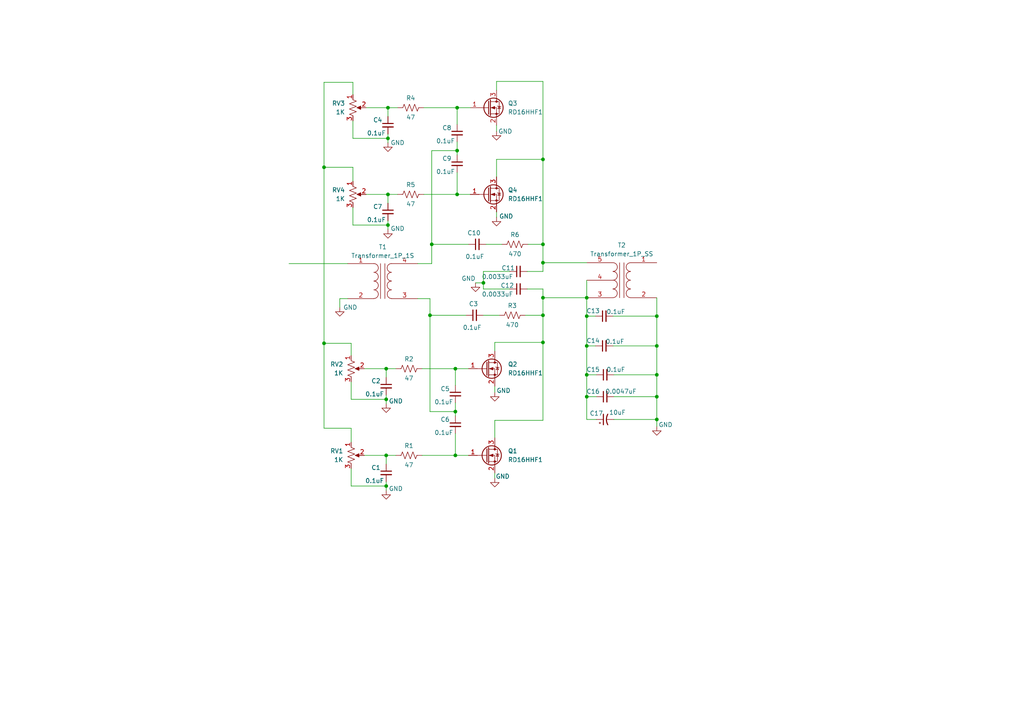
<source format=kicad_sch>
(kicad_sch (version 20230121) (generator eeschema)
  (paper "A4")
  (lib_symbols
    (symbol "Device:C_Polarized_Small_US" (pin_numbers hide) (pin_names (offset 0.254) hide)
      (property "Reference" "C" (at 0.254 1.778 0))
      (property "Value" "C_Polarized_Small_US" (at 0.254 -2.032 0))
      (symbol "C_Polarized_Small_US_0_1"
        (polyline (pts (xy -1.524 0.508) (xy 1.524 0.508)) (stroke (width 0.3048)))
        (polyline (pts (xy -1.27 1.524) (xy -0.762 1.524)))
        (polyline (pts (xy -1.016 1.27) (xy -1.016 1.778)))
        (arc (start 1.524 -0.762) (mid 0 -0.3734) (end -1.524 -0.762) (stroke (width 0.3048)))
      )
      (symbol "C_Polarized_Small_US_1_1"
        (pin passive line (at 0 2.54 270) (length 2.032) (name "~") (number "1"))
        (pin passive line (at 0 -2.54 90) (length 2.032) (name "~") (number "2"))
      )
    )
    (symbol "Device:C_Small" (pin_numbers hide) (pin_names (offset 0.254) hide)
      (property "Reference" "C" (at 0.254 1.778 0))
      (property "Value" "C_Small" (at 0.254 -2.032 0))
      (symbol "C_Small_0_1"
        (polyline (pts (xy -1.524 -0.508) (xy 1.524 -0.508)) (stroke (width 0.3302)))
        (polyline (pts (xy -1.524 0.508) (xy 1.524 0.508)) (stroke (width 0.3048)))
      )
      (symbol "C_Small_1_1"
        (pin passive line (at 0 2.54 270) (length 2.032) (name "~") (number "1"))
        (pin passive line (at 0 -2.54 90) (length 2.032) (name "~") (number "2"))
      )
    )
    (symbol "Device:Q_NMOS_Depletion_GSD" (pin_names (offset 0) hide)
      (property "Reference" "Q" (at 5.08 1.905 0))
      (property "Value" "Q_NMOS_Depletion_GSD" (at 5.08 0 0))
      (symbol "Q_NMOS_Depletion_GSD_0_1"
        (polyline (pts (xy 0.254 0) (xy -2.54 0)))
        (polyline (pts (xy 0.254 1.905) (xy 0.254 -1.905)) (stroke (width 0.254)))
        (polyline (pts (xy 0.762 2.286) (xy 0.762 -2.286)) (stroke (width 0.254)))
        (polyline (pts (xy 2.54 2.54) (xy 2.54 1.778)))
        (polyline (pts (xy 2.54 -2.54) (xy 2.54 0) (xy 0.762 0)))
        (polyline (pts (xy 0.762 -1.778) (xy 3.302 -1.778) (xy 3.302 1.778) (xy 0.762 1.778)))
        (polyline (pts (xy 1.016 0) (xy 2.032 0.381) (xy 2.032 -0.381) (xy 1.016 0)) (fill (type outline)))
        (polyline (pts (xy 2.794 0.508) (xy 2.921 0.381) (xy 3.683 0.381) (xy 3.81 0.254)))
        (polyline (pts (xy 3.302 0.381) (xy 2.921 -0.254) (xy 3.683 -0.254) (xy 3.302 0.381)))
        (circle (center 1.651 0) (radius 2.794) (stroke (width 0.254)))
        (circle (center 2.54 -1.778) (radius 0.254) (fill (type outline)))
        (circle (center 2.54 1.778) (radius 0.254) (fill (type outline)))
      )
      (symbol "Q_NMOS_Depletion_GSD_1_1"
        (pin input line (at -5.08 0 0) (length 2.54) (name "G") (number "1"))
        (pin passive line (at 2.54 -5.08 90) (length 2.54) (name "S") (number "2"))
        (pin passive line (at 2.54 5.08 270) (length 2.54) (name "D") (number "3"))
      )
    )
    (symbol "Device:R_Potentiometer_US" (pin_names (offset 1.016) hide)
      (property "Reference" "RV" (at -4.445 0 90))
      (property "Value" "R_Potentiometer_US" (at -2.54 0 90))
      (symbol "R_Potentiometer_US_0_1"
        (polyline (pts (xy 0 -2.286) (xy 0 -2.54)))
        (polyline (pts (xy 0 2.54) (xy 0 2.286)))
        (polyline (pts (xy 2.54 0) (xy 1.524 0)))
        (polyline (pts (xy 1.143 0) (xy 2.286 0.508) (xy 2.286 -0.508) (xy 1.143 0)) (fill (type outline)))
        (polyline (pts (xy 0 -0.762) (xy 1.016 -1.143) (xy 0 -1.524) (xy -1.016 -1.905) (xy 0 -2.286)))
        (polyline (pts (xy 0 0.762) (xy 1.016 0.381) (xy 0 0) (xy -1.016 -0.381) (xy 0 -0.762)))
        (polyline (pts (xy 0 2.286) (xy 1.016 1.905) (xy 0 1.524) (xy -1.016 1.143) (xy 0 0.762)))
      )
      (symbol "R_Potentiometer_US_1_1"
        (pin passive line (at 0 3.81 270) (length 1.27) (name "1") (number "1"))
        (pin passive line (at 3.81 0 180) (length 1.27) (name "2") (number "2"))
        (pin passive line (at 0 -3.81 90) (length 1.27) (name "3") (number "3"))
      )
    )
    (symbol "Device:R_US" (pin_numbers hide) (pin_names (offset 0))
      (property "Reference" "R" (at 2.54 0 90))
      (property "Value" "R_US" (at -2.54 0 90))
      (symbol "R_US_0_1"
        (polyline (pts (xy 0 -2.286) (xy 0 -2.54)))
        (polyline (pts (xy 0 2.286) (xy 0 2.54)))
        (polyline (pts (xy 0 -0.762) (xy 1.016 -1.143) (xy 0 -1.524) (xy -1.016 -1.905) (xy 0 -2.286)))
        (polyline (pts (xy 0 0.762) (xy 1.016 0.381) (xy 0 0) (xy -1.016 -0.381) (xy 0 -0.762)))
        (polyline (pts (xy 0 2.286) (xy 1.016 1.905) (xy 0 1.524) (xy -1.016 1.143) (xy 0 0.762)))
      )
      (symbol "R_US_1_1"
        (pin passive line (at 0 3.81 270) (length 1.27) (name "~") (number "1"))
        (pin passive line (at 0 -3.81 90) (length 1.27) (name "~") (number "2"))
      )
    )
    (symbol "Device:Transformer_1P_1S" (pin_names (offset 1.016) hide)
      (property "Reference" "T" (at 0 6.35 0))
      (property "Value" "Transformer_1P_1S" (at 0 -7.62 0))
      (symbol "Transformer_1P_1S_0_1"
        (arc (start -2.54 -5.0546) (mid -1.6599 -4.6901) (end -1.27 -3.81))
        (arc (start -2.54 -2.5146) (mid -1.6599 -2.1501) (end -1.27 -1.27))
        (arc (start -2.54 0.0254) (mid -1.6599 0.3899) (end -1.27 1.27))
        (arc (start -2.54 2.5654) (mid -1.6599 2.9299) (end -1.27 3.81))
        (arc (start -1.27 -3.81) (mid -1.642 -2.912) (end -2.54 -2.54))
        (arc (start -1.27 -1.27) (mid -1.642 -0.372) (end -2.54 0))
        (arc (start -1.27 1.27) (mid -1.642 2.168) (end -2.54 2.54))
        (arc (start -1.27 3.81) (mid -1.642 4.708) (end -2.54 5.08))
        (polyline (pts (xy -0.635 5.08) (xy -0.635 -5.08)))
        (polyline (pts (xy 0.635 -5.08) (xy 0.635 5.08)))
        (arc (start 1.2954 -1.27) (mid 1.6599 -2.1501) (end 2.54 -2.5146))
        (arc (start 1.2954 1.27) (mid 1.6599 0.3899) (end 2.54 0.0254))
        (arc (start 1.2954 3.81) (mid 1.6599 2.9299) (end 2.54 2.5654))
        (arc (start 1.3208 -3.81) (mid 1.6853 -4.6901) (end 2.5654 -5.0546))
        (arc (start 2.54 0) (mid 1.642 -0.372) (end 1.2954 -1.27))
        (arc (start 2.54 2.54) (mid 1.642 2.168) (end 1.2954 1.27))
        (arc (start 2.54 5.08) (mid 1.642 4.708) (end 1.2954 3.81))
        (arc (start 2.5654 -2.54) (mid 1.6674 -2.912) (end 1.3208 -3.81))
      )
      (symbol "Transformer_1P_1S_1_1"
        (pin passive line (at -10.16 5.08 0) (length 7.62) (name "AA") (number "1"))
        (pin passive line (at -10.16 -5.08 0) (length 7.62) (name "AB") (number "2"))
        (pin passive line (at 10.16 -5.08 180) (length 7.62) (name "SA") (number "3"))
        (pin passive line (at 10.16 5.08 180) (length 7.62) (name "SB") (number "4"))
      )
    )
    (symbol "Device:Transformer_1P_SS" (pin_names (offset 1.016) hide)
      (property "Reference" "T" (at 0 6.35 0))
      (property "Value" "Transformer_1P_SS" (at 0 -7.62 0))
      (symbol "Transformer_1P_SS_0_1"
        (arc (start -2.54 -5.0546) (mid -1.6599 -4.6901) (end -1.27 -3.81))
        (arc (start -2.54 -2.5146) (mid -1.6599 -2.1501) (end -1.27 -1.27))
        (arc (start -2.54 0.0254) (mid -1.6599 0.3899) (end -1.27 1.27))
        (arc (start -2.54 2.5654) (mid -1.6599 2.9299) (end -1.27 3.81))
        (arc (start -1.27 -3.81) (mid -1.642 -2.912) (end -2.54 -2.54))
        (arc (start -1.27 -1.27) (mid -1.642 -0.372) (end -2.54 0))
        (arc (start -1.27 1.27) (mid -1.642 2.168) (end -2.54 2.54))
        (arc (start -1.27 3.81) (mid -1.642 4.708) (end -2.54 5.08))
        (polyline (pts (xy -0.635 5.08) (xy -0.635 -5.08)))
        (polyline (pts (xy 0.635 -5.08) (xy 0.635 5.08)))
        (arc (start 1.2954 -1.27) (mid 1.6599 -2.1501) (end 2.54 -2.5146))
        (arc (start 1.2954 1.27) (mid 1.6599 0.3899) (end 2.54 0.0254))
        (arc (start 1.2954 3.81) (mid 1.6599 2.9299) (end 2.54 2.5654))
        (arc (start 1.3208 -3.81) (mid 1.6853 -4.6901) (end 2.5654 -5.0546))
        (arc (start 2.54 0) (mid 1.642 -0.372) (end 1.2954 -1.27))
        (arc (start 2.54 2.54) (mid 1.642 2.168) (end 1.2954 1.27))
        (arc (start 2.54 5.08) (mid 1.642 4.708) (end 1.2954 3.81))
        (arc (start 2.5654 -2.54) (mid 1.6674 -2.912) (end 1.3208 -3.81))
      )
      (symbol "Transformer_1P_SS_1_1"
        (pin passive line (at -10.16 5.08 0) (length 7.62) (name "AA") (number "1"))
        (pin passive line (at -10.16 -5.08 0) (length 7.62) (name "AB") (number "2"))
        (pin passive line (at 10.16 -5.08 180) (length 7.62) (name "SA") (number "3"))
        (pin passive line (at 10.16 0 180) (length 7.62) (name "SC") (number "4"))
        (pin passive line (at 10.16 5.08 180) (length 7.62) (name "SB") (number "5"))
      )
    )
    (symbol "power:GND" (power) (pin_names (offset 0))
      (property "Value" "GND" (at 0 -3.81 0))
      (symbol "GND_0_1"
        (polyline (pts (xy 0 0) (xy 0 -1.27) (xy 1.27 -1.27) (xy 0 -2.54) (xy -1.27 -1.27) (xy 0 -1.27)))
      )
      (symbol "GND_1_1"
        (pin power_in line (at 0 0 270) (length 0) hide (name "GND") (number "1"))
      )
    )
  )
  (junction (at 190.5 100.33))
  (junction (at 132.08 106.934))
  (junction (at 132.588 56.388))
  (junction (at 170.18 115.062))
  (junction (at 112.014 115.824))
  (junction (at 157.48 91.44))
  (junction (at 170.18 100.33))
  (junction (at 132.588 31.242))
  (junction (at 190.5 91.694))
  (junction (at 112.522 40.132))
  (junction (at 112.014 140.97))
  (junction (at 170.18 91.694))
  (junction (at 140.208 82.042))
  (junction (at 157.48 46.228))
  (junction (at 132.588 43.688))
  (junction (at 125.222 70.866))
  (junction (at 93.98 48.514))
  (junction (at 157.48 76.2))
  (junction (at 112.522 56.388))
  (junction (at 157.48 99.314))
  (junction (at 132.08 132.08))
  (junction (at 112.522 65.278))
  (junction (at 190.5 121.666))
  (junction (at 157.48 70.866))
  (junction (at 112.014 106.934))
  (junction (at 170.18 86.36))
  (junction (at 124.714 91.44))
  (junction (at 112.014 132.08))
  (junction (at 112.522 31.242))
  (junction (at 132.08 119.38))
  (junction (at 170.18 108.712))
  (junction (at 190.5 115.062))
  (junction (at 93.98 99.568))
  (junction (at 190.5 108.712))
  (junction (at 157.48 86.36))
  (wire (pts (xy 132.08 116.84) (xy 132.08 119.38)))
  (wire (pts (xy 144.018 23.622) (xy 157.48 23.622)))
  (wire (pts (xy 157.48 83.82) (xy 157.48 86.36)))
  (wire (pts (xy 121.158 86.614) (xy 124.714 86.614)))
  (wire (pts (xy 122.936 31.242) (xy 132.588 31.242)))
  (wire (pts (xy 170.18 91.694) (xy 170.18 100.33)))
  (wire (pts (xy 157.48 70.866) (xy 157.48 76.2)))
  (wire (pts (xy 121.158 76.454) (xy 125.222 76.454)))
  (wire (pts (xy 102.362 48.514) (xy 93.98 48.514)))
  (wire (pts (xy 190.5 100.33) (xy 190.5 108.712)))
  (wire (pts (xy 144.018 26.162) (xy 144.018 23.622)))
  (wire (pts (xy 101.854 128.27) (xy 101.854 124.206)))
  (wire (pts (xy 157.48 70.866) (xy 157.48 46.228)))
  (wire (pts (xy 157.48 91.44) (xy 157.48 99.314)))
  (wire (pts (xy 190.5 91.694) (xy 190.5 100.33)))
  (wire (pts (xy 105.664 106.934) (xy 112.014 106.934)))
  (wire (pts (xy 93.98 48.514) (xy 93.98 99.568)))
  (wire (pts (xy 112.014 109.474) (xy 112.014 106.934)))
  (wire (pts (xy 143.51 112.014) (xy 143.51 113.792)))
  (wire (pts (xy 102.362 65.278) (xy 112.522 65.278)))
  (wire (pts (xy 112.014 132.08) (xy 114.808 132.08)))
  (wire (pts (xy 140.208 82.042) (xy 140.208 83.82)))
  (wire (pts (xy 112.522 56.388) (xy 115.316 56.388)))
  (wire (pts (xy 157.48 99.314) (xy 157.48 121.92)))
  (wire (pts (xy 170.18 86.36) (xy 170.18 91.694)))
  (wire (pts (xy 170.18 108.712) (xy 172.974 108.712)))
  (wire (pts (xy 177.8 100.33) (xy 190.5 100.33)))
  (wire (pts (xy 125.222 76.454) (xy 125.222 70.866)))
  (wire (pts (xy 122.428 106.934) (xy 132.08 106.934)))
  (wire (pts (xy 106.172 31.242) (xy 112.522 31.242)))
  (wire (pts (xy 144.018 36.322) (xy 144.018 38.1)))
  (wire (pts (xy 101.854 135.89) (xy 101.854 140.97)))
  (wire (pts (xy 140.97 70.866) (xy 145.542 70.866)))
  (wire (pts (xy 112.014 140.97) (xy 112.014 142.24)))
  (wire (pts (xy 105.664 132.08) (xy 112.014 132.08)))
  (wire (pts (xy 112.522 40.132) (xy 112.522 41.402)))
  (wire (pts (xy 112.522 31.242) (xy 115.316 31.242)))
  (wire (pts (xy 124.714 91.44) (xy 124.714 119.38)))
  (wire (pts (xy 170.18 108.712) (xy 170.18 115.062)))
  (wire (pts (xy 172.974 121.666) (xy 170.18 121.666)))
  (wire (pts (xy 144.018 46.228) (xy 157.48 46.228)))
  (wire (pts (xy 170.18 115.062) (xy 170.18 121.666)))
  (wire (pts (xy 125.222 70.866) (xy 135.89 70.866)))
  (wire (pts (xy 132.588 43.688) (xy 125.222 43.688)))
  (wire (pts (xy 132.588 31.242) (xy 132.588 36.068)))
  (wire (pts (xy 132.588 43.688) (xy 132.588 44.958)))
  (wire (pts (xy 100.838 86.614) (xy 98.552 86.614)))
  (wire (pts (xy 153.162 70.866) (xy 157.48 70.866)))
  (wire (pts (xy 137.922 82.042) (xy 140.208 82.042)))
  (wire (pts (xy 132.08 106.934) (xy 135.89 106.934)))
  (wire (pts (xy 132.588 56.388) (xy 136.398 56.388)))
  (wire (pts (xy 93.98 23.876) (xy 102.362 23.876)))
  (wire (pts (xy 122.428 132.08) (xy 132.08 132.08)))
  (wire (pts (xy 132.08 125.73) (xy 132.08 132.08)))
  (wire (pts (xy 157.48 76.2) (xy 157.48 78.74)))
  (wire (pts (xy 144.018 61.468) (xy 144.018 62.992)))
  (wire (pts (xy 140.208 78.74) (xy 140.208 82.042)))
  (wire (pts (xy 140.208 78.74) (xy 147.828 78.74)))
  (wire (pts (xy 147.828 83.82) (xy 140.208 83.82)))
  (wire (pts (xy 132.588 50.038) (xy 132.588 56.388)))
  (wire (pts (xy 143.51 121.92) (xy 157.48 121.92)))
  (wire (pts (xy 170.18 81.28) (xy 170.18 86.36)))
  (wire (pts (xy 122.936 56.388) (xy 132.588 56.388)))
  (wire (pts (xy 152.4 91.44) (xy 157.48 91.44)))
  (wire (pts (xy 177.8 91.694) (xy 190.5 91.694)))
  (wire (pts (xy 112.522 64.008) (xy 112.522 65.278)))
  (wire (pts (xy 135.128 91.44) (xy 124.714 91.44)))
  (wire (pts (xy 190.5 121.666) (xy 190.5 123.698)))
  (wire (pts (xy 170.18 100.33) (xy 172.72 100.33)))
  (wire (pts (xy 170.18 100.33) (xy 170.18 108.712)))
  (wire (pts (xy 101.854 115.824) (xy 112.014 115.824)))
  (wire (pts (xy 190.5 86.36) (xy 190.5 91.694)))
  (wire (pts (xy 106.172 56.388) (xy 112.522 56.388)))
  (wire (pts (xy 178.054 108.712) (xy 190.5 108.712)))
  (wire (pts (xy 143.51 101.854) (xy 143.51 99.314)))
  (wire (pts (xy 125.222 43.688) (xy 125.222 70.866)))
  (wire (pts (xy 178.054 115.062) (xy 190.5 115.062)))
  (wire (pts (xy 157.48 23.622) (xy 157.48 46.228)))
  (wire (pts (xy 83.82 76.454) (xy 100.838 76.454)))
  (wire (pts (xy 143.51 99.314) (xy 157.48 99.314)))
  (wire (pts (xy 190.5 108.712) (xy 190.5 115.062)))
  (wire (pts (xy 132.08 132.08) (xy 135.89 132.08)))
  (wire (pts (xy 112.522 38.862) (xy 112.522 40.132)))
  (wire (pts (xy 124.714 86.614) (xy 124.714 91.44)))
  (wire (pts (xy 178.054 121.666) (xy 190.5 121.666)))
  (wire (pts (xy 112.014 114.554) (xy 112.014 115.824)))
  (wire (pts (xy 112.014 139.7) (xy 112.014 140.97)))
  (wire (pts (xy 101.854 140.97) (xy 112.014 140.97)))
  (wire (pts (xy 112.522 65.278) (xy 112.522 66.548)))
  (wire (pts (xy 102.362 40.132) (xy 112.522 40.132)))
  (wire (pts (xy 132.588 41.148) (xy 132.588 43.688)))
  (wire (pts (xy 93.98 124.206) (xy 93.98 99.568)))
  (wire (pts (xy 112.014 106.934) (xy 114.808 106.934)))
  (wire (pts (xy 152.908 83.82) (xy 157.48 83.82)))
  (wire (pts (xy 102.362 23.876) (xy 102.362 27.432)))
  (wire (pts (xy 170.18 115.062) (xy 172.974 115.062)))
  (wire (pts (xy 190.5 115.062) (xy 190.5 121.666)))
  (wire (pts (xy 143.51 127) (xy 143.51 121.92)))
  (wire (pts (xy 102.362 60.198) (xy 102.362 65.278)))
  (wire (pts (xy 112.014 115.824) (xy 112.014 117.094)))
  (wire (pts (xy 102.362 52.578) (xy 102.362 48.514)))
  (wire (pts (xy 140.208 91.44) (xy 144.78 91.44)))
  (wire (pts (xy 112.522 33.782) (xy 112.522 31.242)))
  (wire (pts (xy 144.018 51.308) (xy 144.018 46.228)))
  (wire (pts (xy 157.48 86.36) (xy 157.48 91.44)))
  (wire (pts (xy 112.014 134.62) (xy 112.014 132.08)))
  (wire (pts (xy 143.51 137.16) (xy 143.51 138.684)))
  (wire (pts (xy 98.552 86.614) (xy 98.552 89.154)))
  (wire (pts (xy 93.98 99.568) (xy 101.854 99.568)))
  (wire (pts (xy 132.08 106.934) (xy 132.08 111.76)))
  (wire (pts (xy 132.588 31.242) (xy 136.398 31.242)))
  (wire (pts (xy 112.522 58.928) (xy 112.522 56.388)))
  (wire (pts (xy 102.362 35.052) (xy 102.362 40.132)))
  (wire (pts (xy 101.854 110.744) (xy 101.854 115.824)))
  (wire (pts (xy 101.854 124.206) (xy 93.98 124.206)))
  (wire (pts (xy 132.08 119.38) (xy 132.08 120.65)))
  (wire (pts (xy 170.18 76.2) (xy 157.48 76.2)))
  (wire (pts (xy 170.18 91.694) (xy 172.72 91.694)))
  (wire (pts (xy 152.908 78.74) (xy 157.48 78.74)))
  (wire (pts (xy 132.08 119.38) (xy 124.714 119.38)))
  (wire (pts (xy 101.854 99.568) (xy 101.854 103.124)))
  (wire (pts (xy 93.98 48.514) (xy 93.98 23.876)))
  (wire (pts (xy 157.48 86.36) (xy 170.18 86.36)))
  (symbol (lib_id "power:GND") (at 137.922 82.042 0) (unit 1)
    (property "Reference" "#PWR010" (effects hide))
    (property "Value" "GND" (at 135.89 80.772 0))
  )
  (symbol (lib_id "Device:R_Potentiometer_US") (at 102.362 56.388 0) (unit 1)
    (property "Reference" "RV4" (at 100.076 55.118 0) (effects (justify right)))
    (property "Value" "1K" (at 100.076 57.658 0) (effects (justify right)))
  )
  (symbol (lib_id "Device:C_Small") (at 132.08 123.19 0) (unit 1)
    (property "Reference" "C6" (at 127.762 121.666 0) (effects (justify left)))
    (property "Value" "0.1uF" (at 125.984 125.476 0) (effects (justify left)))
    (property "Footprint" "Capacitor_THT:C_Disc_D10.0mm_W2.5mm_P5.00mm" (effects hide))
  )
  (symbol (lib_id "Device:Q_NMOS_Depletion_GSD") (at 141.478 31.242 0) (unit 1)
    (property "Reference" "Q3" (at 147.32 29.972 0) (effects (justify left)))
    (property "Value" "RD16HHF1" (at 147.32 32.512 0) (effects (justify left)))
    (property "Footprint" "Package_TO_SOT_THT:TO-220-3_Vertical" (effects hide))
  )
  (symbol (lib_id "power:GND") (at 143.51 138.684 0) (unit 1)
    (property "Reference" "#PWR03" (effects hide))
    (property "Value" "GND" (at 145.796 138.176 0))
  )
  (symbol (lib_id "power:GND") (at 112.522 41.402 0) (unit 1)
    (property "Reference" "#PWR06" (effects hide))
    (property "Value" "GND" (at 115.316 41.402 0))
  )
  (symbol (lib_id "power:GND") (at 98.552 89.154 0) (unit 1)
    (property "Reference" "#PWR05" (effects hide))
    (property "Value" "GND" (at 101.6 89.154 0))
  )
  (symbol (lib_id "power:GND") (at 144.018 62.992 0) (unit 1)
    (property "Reference" "#PWR09" (effects hide))
    (property "Value" "GND" (at 146.812 62.738 0))
  )
  (symbol (lib_id "Device:C_Polarized_Small_US") (at 175.514 121.666 90) (unit 1)
    (property "Reference" "C17" (at 172.974 119.888 90))
    (property "Value" "10uF" (at 179.07 119.634 90))
  )
  (symbol (lib_id "Device:C_Small") (at 175.514 108.712 90) (unit 1)
    (property "Reference" "C15" (at 173.99 107.188 90) (effects (justify left)))
    (property "Value" "0.1uF" (at 181.356 107.188 90) (effects (justify left)))
    (property "Footprint" "Capacitor_THT:C_Disc_D10.0mm_W2.5mm_P5.00mm" (effects hide))
  )
  (symbol (lib_id "Device:C_Small") (at 132.08 114.3 0) (unit 1)
    (property "Reference" "C5" (at 127.762 112.776 0) (effects (justify left)))
    (property "Value" "0.1uF" (at 125.984 116.586 0) (effects (justify left)))
    (property "Footprint" "Capacitor_THT:C_Disc_D10.0mm_W2.5mm_P5.00mm" (effects hide))
  )
  (symbol (lib_id "Device:Transformer_1P_SS") (at 180.34 81.28 0) (mirror y) (unit 1)
    (property "Reference" "T2" (at 180.3273 71.12 0))
    (property "Value" "Transformer_1P_SS" (at 180.3273 73.66 0))
  )
  (symbol (lib_id "Device:R_US") (at 118.618 132.08 90) (unit 1)
    (property "Reference" "R1" (at 118.618 129.286 90))
    (property "Value" "47" (at 118.618 134.874 90))
    (property "Footprint" "Resistor_THT:R_Axial_DIN0309_L9.0mm_D3.2mm_P15.24mm_Horizontal" (effects hide))
  )
  (symbol (lib_id "Device:C_Small") (at 150.368 83.82 90) (unit 1)
    (property "Reference" "C12" (at 149.098 82.804 90) (effects (justify left)))
    (property "Value" "0.0033uF" (at 148.844 85.344 90) (effects (justify left)))
  )
  (symbol (lib_id "Device:C_Small") (at 150.368 78.74 90) (unit 1)
    (property "Reference" "C11" (at 149.352 77.724 90) (effects (justify left)))
    (property "Value" "0.0033uF" (at 148.844 80.264 90) (effects (justify left)))
  )
  (symbol (lib_id "Device:C_Small") (at 112.522 36.322 0) (unit 1)
    (property "Reference" "C4" (at 108.204 34.798 0) (effects (justify left)))
    (property "Value" "0.1uF" (at 106.426 38.608 0) (effects (justify left)))
    (property "Footprint" "Capacitor_THT:C_Disc_D10.0mm_W2.5mm_P5.00mm" (effects hide))
  )
  (symbol (lib_id "Device:C_Small") (at 112.014 112.014 0) (unit 1)
    (property "Reference" "C2" (at 107.696 110.49 0) (effects (justify left)))
    (property "Value" "0.1uF" (at 105.918 114.3 0) (effects (justify left)))
    (property "Footprint" "Capacitor_THT:C_Disc_D10.0mm_W2.5mm_P5.00mm" (effects hide))
  )
  (symbol (lib_id "Device:Q_NMOS_Depletion_GSD") (at 140.97 106.934 0) (unit 1)
    (property "Reference" "Q2" (at 147.32 105.664 0) (effects (justify left)))
    (property "Value" "RD16HHF1" (at 147.32 108.204 0) (effects (justify left)))
    (property "Footprint" "Package_TO_SOT_THT:TO-220-3_Vertical" (effects hide))
  )
  (symbol (lib_id "power:GND") (at 112.014 142.24 0) (unit 1)
    (property "Reference" "#PWR01" (effects hide))
    (property "Value" "GND" (at 114.808 141.732 0))
  )
  (symbol (lib_id "Device:C_Small") (at 175.26 91.694 90) (unit 1)
    (property "Reference" "C13" (at 173.99 90.17 90) (effects (justify left)))
    (property "Value" "0.1uF" (at 181.356 90.424 90) (effects (justify left)))
    (property "Footprint" "Capacitor_THT:C_Disc_D10.0mm_W2.5mm_P5.00mm" (effects hide))
  )
  (symbol (lib_id "Device:Q_NMOS_Depletion_GSD") (at 141.478 56.388 0) (unit 1)
    (property "Reference" "Q4" (at 147.32 55.118 0) (effects (justify left)))
    (property "Value" "RD16HHF1" (at 147.32 57.658 0) (effects (justify left)))
    (property "Footprint" "Package_TO_SOT_THT:TO-220-3_Vertical" (effects hide))
  )
  (symbol (lib_id "Device:C_Small") (at 132.588 47.498 0) (unit 1)
    (property "Reference" "C9" (at 128.27 45.974 0) (effects (justify left)))
    (property "Value" "0.1uF" (at 126.492 49.784 0) (effects (justify left)))
    (property "Footprint" "Capacitor_THT:C_Disc_D10.0mm_W2.5mm_P5.00mm" (effects hide))
  )
  (symbol (lib_id "Device:R_US") (at 119.126 56.388 90) (unit 1)
    (property "Reference" "R5" (at 119.126 53.594 90))
    (property "Value" "47" (at 119.126 59.182 90))
    (property "Footprint" "Resistor_THT:R_Axial_DIN0309_L9.0mm_D3.2mm_P15.24mm_Horizontal" (effects hide))
  )
  (symbol (lib_id "power:GND") (at 144.018 38.1 0) (unit 1)
    (property "Reference" "#PWR08" (effects hide))
    (property "Value" "GND" (at 146.558 38.1 0))
  )
  (symbol (lib_id "power:GND") (at 112.522 66.548 0) (unit 1)
    (property "Reference" "#PWR07" (effects hide))
    (property "Value" "GND" (at 115.316 66.294 0))
  )
  (symbol (lib_id "Device:R_Potentiometer_US") (at 102.362 31.242 0) (unit 1)
    (property "Reference" "RV3" (at 100.076 29.972 0) (effects (justify right)))
    (property "Value" "1K" (at 100.076 32.512 0) (effects (justify right)))
  )
  (symbol (lib_id "Device:Transformer_1P_1S") (at 110.998 81.534 0) (unit 1)
    (property "Reference" "T1" (at 111.0107 71.628 0))
    (property "Value" "Transformer_1P_1S" (at 111.0107 74.168 0))
  )
  (symbol (lib_id "Device:C_Small") (at 112.522 61.468 0) (unit 1)
    (property "Reference" "C7" (at 108.204 59.944 0) (effects (justify left)))
    (property "Value" "0.1uF" (at 106.426 63.754 0) (effects (justify left)))
    (property "Footprint" "Capacitor_THT:C_Disc_D10.0mm_W2.5mm_P5.00mm" (effects hide))
  )
  (symbol (lib_id "Device:Q_NMOS_Depletion_GSD") (at 140.97 132.08 0) (unit 1)
    (property "Reference" "Q1" (at 147.32 130.81 0) (effects (justify left)))
    (property "Value" "RD16HHF1" (at 147.32 133.35 0) (effects (justify left)))
    (property "Footprint" "Package_TO_SOT_THT:TO-220-3_Vertical" (effects hide))
  )
  (symbol (lib_id "Device:R_Potentiometer_US") (at 101.854 132.08 0) (unit 1)
    (property "Reference" "RV1" (at 99.568 130.81 0) (effects (justify right)))
    (property "Value" "1K" (at 99.568 133.35 0) (effects (justify right)))
  )
  (symbol (lib_id "Device:R_US") (at 148.59 91.44 90) (unit 1)
    (property "Reference" "R3" (at 148.59 88.646 90))
    (property "Value" "470" (at 148.59 94.234 90))
    (property "Footprint" "Resistor_THT:R_Axial_DIN0309_L9.0mm_D3.2mm_P15.24mm_Horizontal" (effects hide))
  )
  (symbol (lib_id "Device:C_Small") (at 175.26 100.33 90) (unit 1)
    (property "Reference" "C14" (at 173.99 98.806 90) (effects (justify left)))
    (property "Value" "0.1uF" (at 181.102 99.06 90) (effects (justify left)))
    (property "Footprint" "Capacitor_THT:C_Disc_D10.0mm_W2.5mm_P5.00mm" (effects hide))
  )
  (symbol (lib_id "power:GND") (at 143.51 113.792 0) (unit 1)
    (property "Reference" "#PWR04" (effects hide))
    (property "Value" "GND" (at 146.05 113.284 0))
  )
  (symbol (lib_id "Device:R_US") (at 118.618 106.934 90) (unit 1)
    (property "Reference" "R2" (at 118.618 104.14 90))
    (property "Value" "47" (at 118.618 109.728 90))
    (property "Footprint" "Resistor_THT:R_Axial_DIN0309_L9.0mm_D3.2mm_P15.24mm_Horizontal" (effects hide))
  )
  (symbol (lib_id "Device:C_Small") (at 132.588 38.608 0) (unit 1)
    (property "Reference" "C8" (at 128.27 37.084 0) (effects (justify left)))
    (property "Value" "0.1uF" (at 126.492 40.894 0) (effects (justify left)))
    (property "Footprint" "Capacitor_THT:C_Disc_D10.0mm_W2.5mm_P5.00mm" (effects hide))
  )
  (symbol (lib_id "power:GND") (at 112.014 117.094 0) (unit 1)
    (property "Reference" "#PWR02" (effects hide))
    (property "Value" "GND" (at 114.808 116.332 0))
  )
  (symbol (lib_id "Device:C_Small") (at 137.668 91.44 90) (unit 1)
    (property "Reference" "C3" (at 138.684 88.138 90) (effects (justify left)))
    (property "Value" "0.1uF" (at 139.7 94.996 90) (effects (justify left)))
    (property "Footprint" "Capacitor_THT:C_Disc_D10.0mm_W2.5mm_P5.00mm" (effects hide))
  )
  (symbol (lib_id "Device:R_Potentiometer_US") (at 101.854 106.934 0) (unit 1)
    (property "Reference" "RV2" (at 99.568 105.664 0) (effects (justify right)))
    (property "Value" "1K" (at 99.568 108.204 0) (effects (justify right)))
  )
  (symbol (lib_id "Device:R_US") (at 119.126 31.242 90) (unit 1)
    (property "Reference" "R4" (at 119.126 28.448 90))
    (property "Value" "47" (at 119.126 34.036 90))
    (property "Footprint" "Resistor_THT:R_Axial_DIN0309_L9.0mm_D3.2mm_P15.24mm_Horizontal" (effects hide))
  )
  (symbol (lib_id "Device:C_Small") (at 112.014 137.16 0) (unit 1)
    (property "Reference" "C1" (at 107.696 135.636 0) (effects (justify left)))
    (property "Value" "0.1uF" (at 105.918 139.446 0) (effects (justify left)))
    (property "Footprint" "Capacitor_THT:C_Disc_D10.0mm_W2.5mm_P5.00mm" (effects hide))
  )
  (symbol (lib_id "Device:R_US") (at 149.352 70.866 90) (unit 1)
    (property "Reference" "R6" (at 149.352 68.072 90))
    (property "Value" "470" (at 149.352 73.66 90))
    (property "Footprint" "Resistor_THT:R_Axial_DIN0309_L9.0mm_D3.2mm_P15.24mm_Horizontal" (effects hide))
  )
  (symbol (lib_id "Device:C_Small") (at 138.43 70.866 90) (unit 1)
    (property "Reference" "C10" (at 139.446 67.564 90) (effects (justify left)))
    (property "Value" "0.1uF" (at 140.462 74.422 90) (effects (justify left)))
    (property "Footprint" "Capacitor_THT:C_Disc_D10.0mm_W2.5mm_P5.00mm" (effects hide))
  )
  (symbol (lib_id "Device:C_Small") (at 175.514 115.062 90) (unit 1)
    (property "Reference" "C16" (at 173.99 113.538 90) (effects (justify left)))
    (property "Value" "0.0047uF" (at 184.658 113.538 90) (effects (justify left)))
    (property "Footprint" "Capacitor_THT:C_Disc_D10.0mm_W2.5mm_P5.00mm" (effects hide))
  )
  (symbol (lib_id "power:GND") (at 190.5 123.698 0) (unit 1)
    (property "Reference" "#PWR011" (effects hide))
    (property "Value" "GND" (at 193.04 123.19 0))
  )
)
</source>
